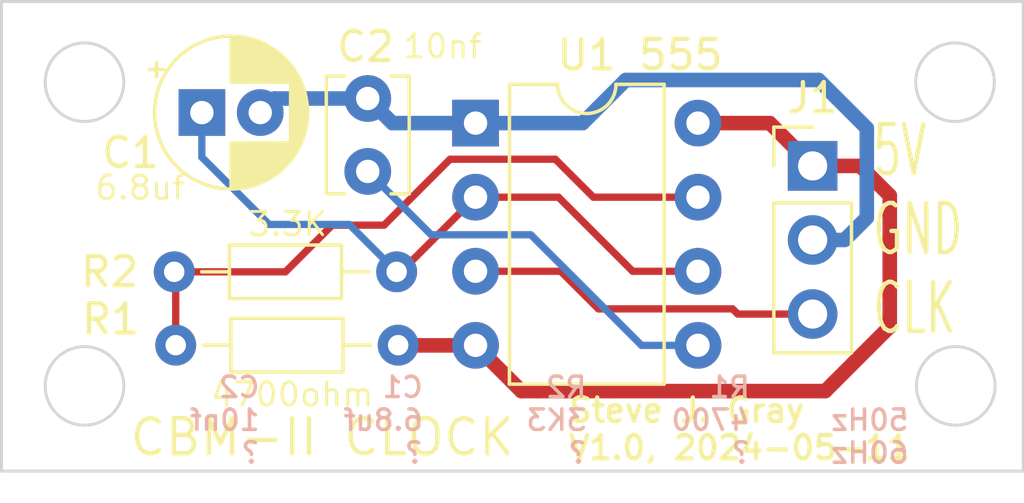
<source format=kicad_pcb>
(kicad_pcb (version 20221018) (generator pcbnew)
  (layers (0 "F.Cu" signal) (31 "B.Cu" signal) (34 "B.Paste" user) (35 "F.Paste" user) (36 "B.SilkS" user "B.Silkscreen") (37 "F.SilkS" user "F.Silkscreen") (38 "B.Mask" user) (39 "F.Mask" user) (44 "Edge.Cuts" user))
  (net 0 "")
  (net 1 "Net-(U1-THR)")
  (net 2 "GND")
  (net 3 "Net-(U1-CV)")
  (net 4 "5V")
  (net 5 "50Hz")
  (net 6 "Net-(U1-DIS)")
  (footprint "Resistor_THT:R_Axial_DIN0204_L3.6mm_D1.6mm_P7.62mm_Horizontal" (layer "F.Cu") (at 122.7836 77.978)
    (fp_text reference "R2" (at -2.2098 0) (layer "F.SilkS"))
    (fp_text value "3k3" hide)
    (fp_line (start 0.94 0) (end 1.89 0) (stroke (width 0.12)) (layer "F.SilkS"))
    (fp_line (start 1.89 -0.92) (end 1.89 0.92) (stroke (width 0.12)) (layer "F.SilkS"))
    (fp_line (start 1.89 0.92) (end 5.73 0.92) (stroke (width 0.12)) (layer "F.SilkS"))
    (fp_line (start 5.73 -0.92) (end 1.89 -0.92) (stroke (width 0.12)) (layer "F.SilkS"))
    (fp_line (start 5.73 0.92) (end 5.73 -0.92) (stroke (width 0.12)) (layer "F.SilkS"))
    (fp_line (start 6.68 0) (end 5.73 0) (stroke (width 0.12)) (layer "F.SilkS"))
    (pad "1" thru_hole circle (at 0 0) (size 1.4 1.4) (drill 0.7) (layers "*.Cu" "*.Mask") (net 6 "Net-(U1-DIS)"))
    (pad "2" thru_hole oval (at 7.62 0) (size 1.4 1.4) (drill 0.7) (layers "*.Cu" "*.Mask") (net 1 "Net-(U1-THR)"))
  )
  (footprint "Connector_PinHeader_2.54mm:PinHeader_1x03_P2.54mm_Vertical" (layer "F.Cu") (at 144.653 74.3458)
    (fp_text reference "J1" (at 0 -2.33) (layer "F.SilkS"))
    (fp_text value "Conn_01x03" hide)
    (fp_line (start -1.33 -1.33) (end 0 -1.33) (stroke (width 0.12)) (layer "F.SilkS"))
    (fp_line (start -1.33 0) (end -1.33 -1.33) (stroke (width 0.12)) (layer "F.SilkS"))
    (fp_line (start -1.33 1.27) (end -1.33 6.41) (stroke (width 0.12)) (layer "F.SilkS"))
    (fp_line (start -1.33 1.27) (end 1.33 1.27) (stroke (width 0.12)) (layer "F.SilkS"))
    (fp_line (start -1.33 6.41) (end 1.33 6.41) (stroke (width 0.12)) (layer "F.SilkS"))
    (fp_line (start 1.33 1.27) (end 1.33 6.41) (stroke (width 0.12)) (layer "F.SilkS"))
    (pad "1" thru_hole rect (at 0 0) (size 1.7 1.7) (drill 1) (layers "*.Cu" "*.Mask") (net 4 "5V"))
    (pad "2" thru_hole oval (at 0 2.54) (size 1.7 1.7) (drill 1) (layers "*.Cu" "*.Mask") (net 2 "GND"))
    (pad "3" thru_hole oval (at 0 5.08) (size 1.7 1.7) (drill 1) (layers "*.Cu" "*.Mask") (net 5 "50Hz"))
  )
  (footprint "Capacitor_THT:CP_Radial_D5.0mm_P2.00mm" (layer "F.Cu") (at 123.73 72.517)
    (fp_text reference "C1" (at -2.445 1.3716) (layer "F.SilkS"))
    (fp_text value "6.8uf" hide)
    (fp_line (start -1.804775 -1.475) (end -1.304775 -1.475) (stroke (width 0.12)) (layer "F.SilkS"))
    (fp_line (start -1.554775 -1.725) (end -1.554775 -1.225) (stroke (width 0.12)) (layer "F.SilkS"))
    (fp_line (start 1 -2.58) (end 1 -1.04) (stroke (width 0.12)) (layer "F.SilkS"))
    (fp_line (start 1 1.04) (end 1 2.58) (stroke (width 0.12)) (layer "F.SilkS"))
    (fp_line (start 1.04 -2.58) (end 1.04 -1.04) (stroke (width 0.12)) (layer "F.SilkS"))
    (fp_line (start 1.04 1.04) (end 1.04 2.58) (stroke (width 0.12)) (layer "F.SilkS"))
    (fp_line (start 1.08 -2.579) (end 1.08 -1.04) (stroke (width 0.12)) (layer "F.SilkS"))
    (fp_line (start 1.08 1.04) (end 1.08 2.579) (stroke (width 0.12)) (layer "F.SilkS"))
    (fp_line (start 1.12 -2.578) (end 1.12 -1.04) (stroke (width 0.12)) (layer "F.SilkS"))
    (fp_line (start 1.12 1.04) (end 1.12 2.578) (stroke (width 0.12)) (layer "F.SilkS"))
    (fp_line (start 1.16 -2.576) (end 1.16 -1.04) (stroke (width 0.12)) (layer "F.SilkS"))
    (fp_line (start 1.16 1.04) (end 1.16 2.576) (stroke (width 0.12)) (layer "F.SilkS"))
    (fp_line (start 1.2 -2.573) (end 1.2 -1.04) (stroke (width 0.12)) (layer "F.SilkS"))
    (fp_line (start 1.2 1.04) (end 1.2 2.573) (stroke (width 0.12)) (layer "F.SilkS"))
    (fp_line (start 1.24 -2.569) (end 1.24 -1.04) (stroke (width 0.12)) (layer "F.SilkS"))
    (fp_line (start 1.24 1.04) (end 1.24 2.569) (stroke (width 0.12)) (layer "F.SilkS"))
    (fp_line (start 1.28 -2.565) (end 1.28 -1.04) (stroke (width 0.12)) (layer "F.SilkS"))
    (fp_line (start 1.28 1.04) (end 1.28 2.565) (stroke (width 0.12)) (layer "F.SilkS"))
    (fp_line (start 1.32 -2.561) (end 1.32 -1.04) (stroke (width 0.12)) (layer "F.SilkS"))
    (fp_line (start 1.32 1.04) (end 1.32 2.561) (stroke (width 0.12)) (layer "F.SilkS"))
    (fp_line (start 1.36 -2.556) (end 1.36 -1.04) (stroke (width 0.12)) (layer "F.SilkS"))
    (fp_line (start 1.36 1.04) (end 1.36 2.556) (stroke (width 0.12)) (layer "F.SilkS"))
    (fp_line (start 1.4 -2.55) (end 1.4 -1.04) (stroke (width 0.12)) (layer "F.SilkS"))
    (fp_line (start 1.4 1.04) (end 1.4 2.55) (stroke (width 0.12)) (layer "F.SilkS"))
    (fp_line (start 1.44 -2.543) (end 1.44 -1.04) (stroke (width 0.12)) (layer "F.SilkS"))
    (fp_line (start 1.44 1.04) (end 1.44 2.543) (stroke (width 0.12)) (layer "F.SilkS"))
    (fp_line (start 1.48 -2.536) (end 1.48 -1.04) (stroke (width 0.12)) (layer "F.SilkS"))
    (fp_line (start 1.48 1.04) (end 1.48 2.536) (stroke (width 0.12)) (layer "F.SilkS"))
    (fp_line (start 1.52 -2.528) (end 1.52 -1.04) (stroke (width 0.12)) (layer "F.SilkS"))
    (fp_line (start 1.52 1.04) (end 1.52 2.528) (stroke (width 0.12)) (layer "F.SilkS"))
    (fp_line (start 1.56 -2.52) (end 1.56 -1.04) (stroke (width 0.12)) (layer "F.SilkS"))
    (fp_line (start 1.56 1.04) (end 1.56 2.52) (stroke (width 0.12)) (layer "F.SilkS"))
    (fp_line (start 1.6 -2.511) (end 1.6 -1.04) (stroke (width 0.12)) (layer "F.SilkS"))
    (fp_line (start 1.6 1.04) (end 1.6 2.511) (stroke (width 0.12)) (layer "F.SilkS"))
    (fp_line (start 1.64 -2.501) (end 1.64 -1.04) (stroke (width 0.12)) (layer "F.SilkS"))
    (fp_line (start 1.64 1.04) (end 1.64 2.501) (stroke (width 0.12)) (layer "F.SilkS"))
    (fp_line (start 1.68 -2.491) (end 1.68 -1.04) (stroke (width 0.12)) (layer "F.SilkS"))
    (fp_line (start 1.68 1.04) (end 1.68 2.491) (stroke (width 0.12)) (layer "F.SilkS"))
    (fp_line (start 1.721 -2.48) (end 1.721 -1.04) (stroke (width 0.12)) (layer "F.SilkS"))
    (fp_line (start 1.721 1.04) (end 1.721 2.48) (stroke (width 0.12)) (layer "F.SilkS"))
    (fp_line (start 1.761 -2.468) (end 1.761 -1.04) (stroke (width 0.12)) (layer "F.SilkS"))
    (fp_line (start 1.761 1.04) (end 1.761 2.468) (stroke (width 0.12)) (layer "F.SilkS"))
    (fp_line (start 1.801 -2.455) (end 1.801 -1.04) (stroke (width 0.12)) (layer "F.SilkS"))
    (fp_line (start 1.801 1.04) (end 1.801 2.455) (stroke (width 0.12)) (layer "F.SilkS"))
    (fp_line (start 1.841 -2.442) (end 1.841 -1.04) (stroke (width 0.12)) (layer "F.SilkS"))
    (fp_line (start 1.841 1.04) (end 1.841 2.442) (stroke (width 0.12)) (layer "F.SilkS"))
    (fp_line (start 1.881 -2.428) (end 1.881 -1.04) (stroke (width 0.12)) (layer "F.SilkS"))
    (fp_line (start 1.881 1.04) (end 1.881 2.428) (stroke (width 0.12)) (layer "F.SilkS"))
    (fp_line (start 1.921 -2.414) (end 1.921 -1.04) (stroke (width 0.12)) (layer "F.SilkS"))
    (fp_line (start 1.921 1.04) (end 1.921 2.414) (stroke (width 0.12)) (layer "F.SilkS"))
    (fp_line (start 1.961 -2.398) (end 1.961 -1.04) (stroke (width 0.12)) (layer "F.SilkS"))
    (fp_line (start 1.961 1.04) (end 1.961 2.398) (stroke (width 0.12)) (layer "F.SilkS"))
    (fp_line (start 2.001 -2.382) (end 2.001 -1.04) (stroke (width 0.12)) (layer "F.SilkS"))
    (fp_line (start 2.001 1.04) (end 2.001 2.382) (stroke (width 0.12)) (layer "F.SilkS"))
    (fp_line (start 2.041 -2.365) (end 2.041 -1.04) (stroke (width 0.12)) (layer "F.SilkS"))
    (fp_line (start 2.041 1.04) (end 2.041 2.365) (stroke (width 0.12)) (layer "F.SilkS"))
    (fp_line (start 2.081 -2.348) (end 2.081 -1.04) (stroke (width 0.12)) (layer "F.SilkS"))
    (fp_line (start 2.081 1.04) (end 2.081 2.348) (stroke (width 0.12)) (layer "F.SilkS"))
    (fp_line (start 2.121 -2.329) (end 2.121 -1.04) (stroke (width 0.12)) (layer "F.SilkS"))
    (fp_line (start 2.121 1.04) (end 2.121 2.329) (stroke (width 0.12)) (layer "F.SilkS"))
    (fp_line (start 2.161 -2.31) (end 2.161 -1.04) (stroke (width 0.12)) (layer "F.SilkS"))
    (fp_line (start 2.161 1.04) (end 2.161 2.31) (stroke (width 0.12)) (layer "F.SilkS"))
    (fp_line (start 2.201 -2.29) (end 2.201 -1.04) (stroke (width 0.12)) (layer "F.SilkS"))
    (fp_line (start 2.201 1.04) (end 2.201 2.29) (stroke (width 0.12)) (layer "F.SilkS"))
    (fp_line (start 2.241 -2.268) (end 2.241 -1.04) (stroke (width 0.12)) (layer "F.SilkS"))
    (fp_line (start 2.241 1.04) (end 2.241 2.268) (stroke (width 0.12)) (layer "F.SilkS"))
    (fp_line (start 2.281 -2.247) (end 2.281 -1.04) (stroke (width 0.12)) (layer "F.SilkS"))
    (fp_line (start 2.281 1.04) (end 2.281 2.247) (stroke (width 0.12)) (layer "F.SilkS"))
    (fp_line (start 2.321 -2.224) (end 2.321 -1.04) (stroke (width 0.12)) (layer "F.SilkS"))
    (fp_line (start 2.321 1.04) (end 2.321 2.224) (stroke (width 0.12)) (layer "F.SilkS"))
    (fp_line (start 2.361 -2.2) (end 2.361 -1.04) (stroke (width 0.12)) (layer "F.SilkS"))
    (fp_line (start 2.361 1.04) (end 2.361 2.2) (stroke (width 0.12)) (layer "F.SilkS"))
    (fp_line (start 2.401 -2.175) (end 2.401 -1.04) (stroke (width 0.12)) (layer "F.SilkS"))
    (fp_line (start 2.401 1.04) (end 2.401 2.175) (stroke (width 0.12)) (layer "F.SilkS"))
    (fp_line (start 2.441 -2.149) (end 2.441 -1.04) (stroke (width 0.12)) (layer "F.SilkS"))
    (fp_line (start 2.441 1.04) (end 2.441 2.149) (stroke (width 0.12)) (layer "F.SilkS"))
    (fp_line (start 2.481 -2.122) (end 2.481 -1.04) (stroke (width 0.12)) (layer "F.SilkS"))
    (fp_line (start 2.481 1.04) (end 2.481 2.122) (stroke (width 0.12)) (layer "F.SilkS"))
    (fp_line (start 2.521 -2.095) (end 2.521 -1.04) (stroke (width 0.12)) (layer "F.SilkS"))
    (fp_line (start 2.521 1.04) (end 2.521 2.095) (stroke (width 0.12)) (layer "F.SilkS"))
    (fp_line (start 2.561 -2.065) (end 2.561 -1.04) (stroke (width 0.12)) (layer "F.SilkS"))
    (fp_line (start 2.561 1.04) (end 2.561 2.065) (stroke (width 0.12)) (layer "F.SilkS"))
    (fp_line (start 2.601 -2.035) (end 2.601 -1.04) (stroke (width 0.12)) (layer "F.SilkS"))
    (fp_line (start 2.601 1.04) (end 2.601 2.035) (stroke (width 0.12)) (layer "F.SilkS"))
    (fp_line (start 2.641 -2.004) (end 2.641 -1.04) (stroke (width 0.12)) (layer "F.SilkS"))
    (fp_line (start 2.641 1.04) (end 2.641 2.004) (stroke (width 0.12)) (layer "F.SilkS"))
    (fp_line (start 2.681 -1.971) (end 2.681 -1.04) (stroke (width 0.12)) (layer "F.SilkS"))
    (fp_line (start 2.681 1.04) (end 2.681 1.971) (stroke (width 0.12)) (layer "F.SilkS"))
    (fp_line (start 2.721 -1.937) (end 2.721 -1.04) (stroke (width 0.12)) (layer "F.SilkS"))
    (fp_line (start 2.721 1.04) (end 2.721 1.937) (stroke (width 0.12)) (layer "F.SilkS"))
    (fp_line (start 2.761 -1.901) (end 2.761 -1.04) (stroke (width 0.12)) (layer "F.SilkS"))
    (fp_line (start 2.761 1.04) (end 2.761 1.901) (stroke (width 0.12)) (layer "F.SilkS"))
    (fp_line (start 2.801 -1.864) (end 2.801 -1.04) (stroke (width 0.12)) (layer "F.SilkS"))
    (fp_line (start 2.801 1.04) (end 2.801 1.864) (stroke (width 0.12)) (layer "F.SilkS"))
    (fp_line (start 2.841 -1.826) (end 2.841 -1.04) (stroke (width 0.12)) (layer "F.SilkS"))
    (fp_line (start 2.841 1.04) (end 2.841 1.826) (stroke (width 0.12)) (layer "F.SilkS"))
    (fp_line (start 2.881 -1.785) (end 2.881 -1.04) (stroke (width 0.12)) (layer "F.SilkS"))
    (fp_line (start 2.881 1.04) (end 2.881 1.785) (stroke (width 0.12)) (layer "F.SilkS"))
    (fp_line (start 2.921 -1.743) (end 2.921 -1.04) (stroke (width 0.12)) (layer "F.SilkS"))
    (fp_line (start 2.921 1.04) (end 2.921 1.743) (stroke (width 0.12)) (layer "F.SilkS"))
    (fp_line (start 2.961 -1.699) (end 2.961 -1.04) (stroke (width 0.12)) (layer "F.SilkS"))
    (fp_line (start 2.961 1.04) (end 2.961 1.699) (stroke (width 0.12)) (layer "F.SilkS"))
    (fp_line (start 3.001 -1.653) (end 3.001 -1.04) (stroke (width 0.12)) (layer "F.SilkS"))
    (fp_line (start 3.001 1.04) (end 3.001 1.653) (stroke (width 0.12)) (layer "F.SilkS"))
    (fp_line (start 3.041 -1.605) (end 3.041 1.605) (stroke (width 0.12)) (layer "F.SilkS"))
    (fp_line (start 3.081 -1.554) (end 3.081 1.554) (stroke (width 0.12)) (layer "F.SilkS"))
    (fp_line (start 3.121 -1.5) (end 3.121 1.5) (stroke (width 0.12)) (layer "F.SilkS"))
    (fp_line (start 3.161 -1.443) (end 3.161 1.443) (stroke (width 0.12)) (layer "F.SilkS"))
    (fp_line (start 3.201 -1.383) (end 3.201 1.383) (stroke (width 0.12)) (layer "F.SilkS"))
    (fp_line (start 3.241 -1.319) (end 3.241 1.319) (stroke (width 0.12)) (layer "F.SilkS"))
    (fp_line (start 3.281 -1.251) (end 3.281 1.251) (stroke (width 0.12)) (layer "F.SilkS"))
    (fp_line (start 3.321 -1.178) (end 3.321 1.178) (stroke (width 0.12)) (layer "F.SilkS"))
    (fp_line (start 3.361 -1.098) (end 3.361 1.098) (stroke (width 0.12)) (layer "F.SilkS"))
    (fp_line (start 3.401 -1.011) (end 3.401 1.011) (stroke (width 0.12)) (layer "F.SilkS"))
    (fp_line (start 3.441 -0.915) (end 3.441 0.915) (stroke (width 0.12)) (layer "F.SilkS"))
    (fp_line (start 3.481 -0.805) (end 3.481 0.805) (stroke (width 0.12)) (layer "F.SilkS"))
    (fp_line (start 3.521 -0.677) (end 3.521 0.677) (stroke (width 0.12)) (layer "F.SilkS"))
    (fp_line (start 3.561 -0.518) (end 3.561 0.518) (stroke (width 0.12)) (layer "F.SilkS"))
    (fp_line (start 3.601 -0.284) (end 3.601 0.284) (stroke (width 0.12)) (layer "F.SilkS"))
    (fp_circle (center 1 0) (end 3.62 0) (stroke (width 0.12)) (fill none) (layer "F.SilkS"))
    (pad "1" thru_hole rect (at 0 0) (size 1.6 1.6) (drill 0.8) (layers "*.Cu" "*.Mask") (net 1 "Net-(U1-THR)"))
    (pad "2" thru_hole circle (at 2 0) (size 1.6 1.6) (drill 0.8) (layers "*.Cu" "*.Mask") (net 2 "GND"))
  )
  (footprint "Capacitor_THT:C_Disc_D3.8mm_W2.6mm_P2.50mm" (layer "F.Cu") (at 129.413 74.5344 90)
    (fp_text reference "C2" (at 4.278 -0.0762 180) (layer "F.SilkS"))
    (fp_text value "10nf" hide)
    (fp_line (start -0.77 -1.42) (end -0.77 -0.795) (stroke (width 0.12)) (layer "F.SilkS"))
    (fp_line (start -0.77 -1.42) (end 3.27 -1.42) (stroke (width 0.12)) (layer "F.SilkS"))
    (fp_line (start -0.77 0.795) (end -0.77 1.42) (stroke (width 0.12)) (layer "F.SilkS"))
    (fp_line (start -0.77 1.42) (end 3.27 1.42) (stroke (width 0.12)) (layer "F.SilkS"))
    (fp_line (start 3.27 -1.42) (end 3.27 -0.795) (stroke (width 0.12)) (layer "F.SilkS"))
    (fp_line (start 3.27 0.795) (end 3.27 1.42) (stroke (width 0.12)) (layer "F.SilkS"))
    (pad "1" thru_hole circle (at 0 0 90) (size 1.6 1.6) (drill 0.8) (layers "*.Cu" "*.Mask") (net 3 "Net-(U1-CV)"))
    (pad "2" thru_hole circle (at 2.5 0 90) (size 1.6 1.6) (drill 0.8) (layers "*.Cu" "*.Mask") (net 2 "GND"))
  )
  (footprint "Package_DIP:DIP-8_W7.62mm" (layer "F.Cu") (at 133.1056 72.8786)
    (fp_text reference "U1" (at 3.81 -2.33) (layer "F.SilkS"))
    (fp_text value "LM555xN" hide)
    (fp_line (start 1.16 -1.33) (end 1.16 8.95) (stroke (width 0.12)) (layer "F.SilkS"))
    (fp_line (start 1.16 8.95) (end 6.46 8.95) (stroke (width 0.12)) (layer "F.SilkS"))
    (fp_line (start 2.81 -1.33) (end 1.16 -1.33) (stroke (width 0.12)) (layer "F.SilkS"))
    (fp_line (start 6.46 -1.33) (end 4.81 -1.33) (stroke (width 0.12)) (layer "F.SilkS"))
    (fp_line (start 6.46 8.95) (end 6.46 -1.33) (stroke (width 0.12)) (layer "F.SilkS"))
    (fp_arc (start 4.81 -1.33) (mid 3.81 -0.33) (end 2.81 -1.33) (stroke (width 0.12)) (layer "F.SilkS"))
    (pad "1" thru_hole rect (at 0 0) (size 1.6 1.6) (drill 0.8) (layers "*.Cu" "*.Mask") (net 2 "GND"))
    (pad "2" thru_hole oval (at 0 2.54) (size 1.6 1.6) (drill 0.8) (layers "*.Cu" "*.Mask") (net 1 "Net-(U1-THR)"))
    (pad "3" thru_hole oval (at 0 5.08) (size 1.6 1.6) (drill 0.8) (layers "*.Cu" "*.Mask") (net 5 "50Hz"))
    (pad "4" thru_hole oval (at 0 7.62) (size 1.6 1.6) (drill 0.8) (layers "*.Cu" "*.Mask") (net 4 "5V"))
    (pad "5" thru_hole oval (at 7.62 7.62) (size 1.6 1.6) (drill 0.8) (layers "*.Cu" "*.Mask") (net 3 "Net-(U1-CV)"))
    (pad "6" thru_hole oval (at 7.62 5.08) (size 1.6 1.6) (drill 0.8) (layers "*.Cu" "*.Mask") (net 1 "Net-(U1-THR)"))
    (pad "7" thru_hole oval (at 7.62 2.54) (size 1.6 1.6) (drill 0.8) (layers "*.Cu" "*.Mask") (net 6 "Net-(U1-DIS)"))
    (pad "8" thru_hole oval (at 7.62 0) (size 1.6 1.6) (drill 0.8) (layers "*.Cu" "*.Mask") (net 4 "5V"))
  )
  (footprint "Resistor_THT:R_Axial_DIN0204_L3.6mm_D1.6mm_P7.62mm_Horizontal" (layer "F.Cu") (at 122.8344 80.4926)
    (fp_text reference "R1" (at -2.2352 -0.889) (layer "F.SilkS"))
    (fp_text value "3k3" hide)
    (fp_line (start 0.94 0) (end 1.89 0) (stroke (width 0.12)) (layer "F.SilkS"))
    (fp_line (start 1.89 -0.92) (end 1.89 0.92) (stroke (width 0.12)) (layer "F.SilkS"))
    (fp_line (start 1.89 0.92) (end 5.73 0.92) (stroke (width 0.12)) (layer "F.SilkS"))
    (fp_line (start 5.73 -0.92) (end 1.89 -0.92) (stroke (width 0.12)) (layer "F.SilkS"))
    (fp_line (start 5.73 0.92) (end 5.73 -0.92) (stroke (width 0.12)) (layer "F.SilkS"))
    (fp_line (start 6.68 0) (end 5.73 0) (stroke (width 0.12)) (layer "F.SilkS"))
    (pad "1" thru_hole circle (at 0 0) (size 1.4 1.4) (drill 0.7) (layers "*.Cu" "*.Mask") (net 6 "Net-(U1-DIS)"))
    (pad "2" thru_hole oval (at 7.62 0) (size 1.4 1.4) (drill 0.7) (layers "*.Cu" "*.Mask") (net 4 "5V"))
  )
  (gr_circle (center 119.7102 81.8896) (end 121.05664 81.8896) (stroke (width 0.1)) (fill none) (layer "Edge.Cuts"))
  (gr_circle (center 149.5552 81.8896) (end 150.9014 81.8642) (stroke (width 0.1)) (fill none) (layer "Edge.Cuts"))
  (gr_rect (start 116.8654 68.707) (end 151.8666 84.8106) (stroke (width 0.1)) (fill none) (layer "Edge.Cuts"))
  (gr_circle (center 149.5298 71.4756) (end 150.876 71.4502) (stroke (width 0.1)) (fill none) (layer "Edge.Cuts"))
  (gr_circle (center 119.7102 71.4756) (end 121.0564 71.4502) (stroke (width 0.1)) (fill none) (layer "Edge.Cuts"))
  (gr_text "		R1		R2		C1		C2\n50Hz	4700	3K3		6.8uf	10nf\n60Hz	?		?		?		?\n\n" (at 148.0058 85.725) (layer "B.SilkS") (effects (font (size 0.7 0.7) (thickness 0.12) bold) (justify left bottom mirror)))
  (gr_text "5V\nGND\nCLK" (at 146.6342 80.2132) (layer "F.SilkS") (effects (font (size 1.68 1)) (justify left bottom)))
  (gr_text "Steve J. Gray\nV1.0, 2024-05-11" (at 136.2202 84.4804) (layer "F.SilkS") (effects (font (size 0.8 0.8)) (justify left bottom)))
  (gr_text "3.3K" (at 125.2474 76.8096) (layer "F.SilkS") (effects (font (size 0.8 0.8) (thickness 0.1)) (justify left bottom)))
  (gr_text "CBM-II CLOCK" (at 121.1834 84.3534) (layer "F.SilkS") (effects (font (size 1.2 1.2)) (justify left bottom)))
  (gr_text "10nf" (at 130.556 70.7136) (layer "F.SilkS") (effects (font (size 0.8 0.8) (thickness 0.1)) (justify left bottom)))
  (gr_text "4700ohm" (at 123.9774 82.6516) (layer "F.SilkS") (effects (font (size 0.8 0.8) (thickness 0.1)) (justify left bottom)))
  (gr_text "6.8uf" (at 120.015 75.565) (layer "F.SilkS") (effects (font (size 0.8 0.8) (thickness 0.1)) (justify left bottom)))
  (gr_text "555" (at 138.6078 71.12) (layer "F.SilkS") (effects (font (size 1 1)) (justify left bottom)))
  (segment (start 130.5462 77.978) (end 130.4036 77.978) (width 0.25) (layer "F.Cu") (net 1))
  (segment (start 133.1056 75.4186) (end 130.5462 77.978) (width 0.25) (layer "F.Cu") (net 1))
  (segment (start 135.9468 75.4186) (end 133.1056 75.4186) (width 0.25) (layer "F.Cu") (net 1))
  (segment (start 140.7256 77.9586) (end 138.4868 77.9586) (width 0.25) (layer "F.Cu") (net 1))
  (segment (start 138.4868 77.9586) (end 135.9468 75.4186) (width 0.25) (layer "F.Cu") (net 1))
  (segment (start 126.5682 76.3524) (end 126.0348 76.3524) (width 0.25) (layer "B.Cu") (net 1))
  (segment (start 130.4036 77.978) (end 128.778 76.3524) (width 0.25) (layer "B.Cu") (net 1))
  (segment (start 123.73 74.0476) (end 123.73 72.517) (width 0.25) (layer "B.Cu") (net 1))
  (segment (start 126.0348 76.3524) (end 123.73 74.0476) (width 0.25) (layer "B.Cu") (net 1))
  (segment (start 128.778 76.3524) (end 126.5682 76.3524) (width 0.25) (layer "B.Cu") (net 1))
  (segment (start 133.1056 72.8786) (end 130.2572 72.8786) (width 0.5) (layer "B.Cu") (net 2))
  (segment (start 130.2572 72.8786) (end 129.413 72.0344) (width 0.5) (layer "B.Cu") (net 2))
  (segment (start 136.773 72.8786) (end 133.1056 72.8786) (width 0.5) (layer "B.Cu") (net 2))
  (segment (start 146.5072 76.1238) (end 146.5072 73.0504) (width 0.5) (layer "B.Cu") (net 2))
  (segment (start 144.653 76.8858) (end 145.7452 76.8858) (width 0.5) (layer "B.Cu") (net 2))
  (segment (start 138.2522 71.3994) (end 136.773 72.8786) (width 0.5) (layer "B.Cu") (net 2))
  (segment (start 144.8562 71.3994) (end 138.2522 71.3994) (width 0.5) (layer "B.Cu") (net 2))
  (segment (start 129.413 72.0344) (end 126.2126 72.0344) (width 0.5) (layer "B.Cu") (net 2))
  (segment (start 126.2126 72.0344) (end 125.73 72.517) (width 0.5) (layer "B.Cu") (net 2))
  (segment (start 145.7452 76.8858) (end 146.5072 76.1238) (width 0.5) (layer "B.Cu") (net 2))
  (segment (start 146.5072 73.0504) (end 144.8562 71.3994) (width 0.5) (layer "B.Cu") (net 2))
  (segment (start 135.001 76.708) (end 138.7916 80.4986) (width 0.25) (layer "B.Cu") (net 3))
  (segment (start 131.5866 76.708) (end 135.001 76.708) (width 0.25) (layer "B.Cu") (net 3))
  (segment (start 129.413 74.5344) (end 131.5866 76.708) (width 0.25) (layer "B.Cu") (net 3))
  (segment (start 138.7916 80.4986) (end 140.7256 80.4986) (width 0.25) (layer "B.Cu") (net 3))
  (segment (start 146.2786 74.3458) (end 147.2946 75.3618) (width 0.5) (layer "F.Cu") (net 4))
  (segment (start 144.653 74.3458) (end 143.1858 72.8786) (width 0.5) (layer "F.Cu") (net 4))
  (segment (start 145.0848 82.0674) (end 137.8204 82.0674) (width 0.5) (layer "F.Cu") (net 4))
  (segment (start 137.8204 82.0674) (end 135.255 82.0674) (width 0.5) (layer "F.Cu") (net 4))
  (segment (start 134.6744 82.0674) (end 135.255 82.0674) (width 0.5) (layer "F.Cu") (net 4))
  (segment (start 143.1858 72.8786) (end 140.7256 72.8786) (width 0.5) (layer "F.Cu") (net 4))
  (segment (start 133.1056 80.4986) (end 130.4604 80.4986) (width 0.5) (layer "F.Cu") (net 4))
  (segment (start 144.653 74.3458) (end 146.2786 74.3458) (width 0.5) (layer "F.Cu") (net 4))
  (segment (start 133.1056 80.4986) (end 134.6744 82.0674) (width 0.5) (layer "F.Cu") (net 4))
  (segment (start 147.2946 75.3618) (end 147.2946 79.8576) (width 0.5) (layer "F.Cu") (net 4))
  (segment (start 147.2946 79.8576) (end 145.3896 81.7626) (width 0.5) (layer "F.Cu") (net 4))
  (segment (start 145.3896 81.7626) (end 145.0848 82.0674) (width 0.5) (layer "F.Cu") (net 4))
  (segment (start 130.4604 80.4986) (end 130.4544 80.4926) (width 0.5) (layer "F.Cu") (net 4))
  (segment (start 137.3124 79.248) (end 141.9098 79.248) (width 0.25) (layer "F.Cu") (net 5))
  (segment (start 136.023 77.9586) (end 137.3124 79.248) (width 0.25) (layer "F.Cu") (net 5))
  (segment (start 142.0876 79.4258) (end 144.653 79.4258) (width 0.25) (layer "F.Cu") (net 5))
  (segment (start 141.9098 79.248) (end 142.0876 79.4258) (width 0.25) (layer "F.Cu") (net 5))
  (segment (start 133.1056 77.9586) (end 136.023 77.9586) (width 0.25) (layer "F.Cu") (net 5))
  (segment (start 137.1406 75.4186) (end 140.7256 75.4186) (width 0.25) (layer "F.Cu") (net 6))
  (segment (start 132.2324 74.1172) (end 135.8392 74.1172) (width 0.25) (layer "F.Cu") (net 6))
  (segment (start 126.5936 77.978) (end 128.1938 76.3778) (width 0.25) (layer "F.Cu") (net 6))
  (segment (start 129.9718 76.3778) (end 132.2324 74.1172) (width 0.25) (layer "F.Cu") (net 6))
  (segment (start 128.1938 76.3778) (end 129.9718 76.3778) (width 0.25) (layer "F.Cu") (net 6))
  (segment (start 135.8392 74.1172) (end 137.1406 75.4186) (width 0.25) (layer "F.Cu") (net 6))
  (segment (start 122.8344 80.4926) (end 122.8344 78.0288) (width 0.25) (layer "F.Cu") (net 6))
  (segment (start 122.8344 78.0288) (end 122.7836 77.978) (width 0.25) (layer "F.Cu") (net 6))
  (segment (start 122.7836 77.978) (end 126.5936 77.978) (width 0.25) (layer "F.Cu") (net 6))
)
</source>
